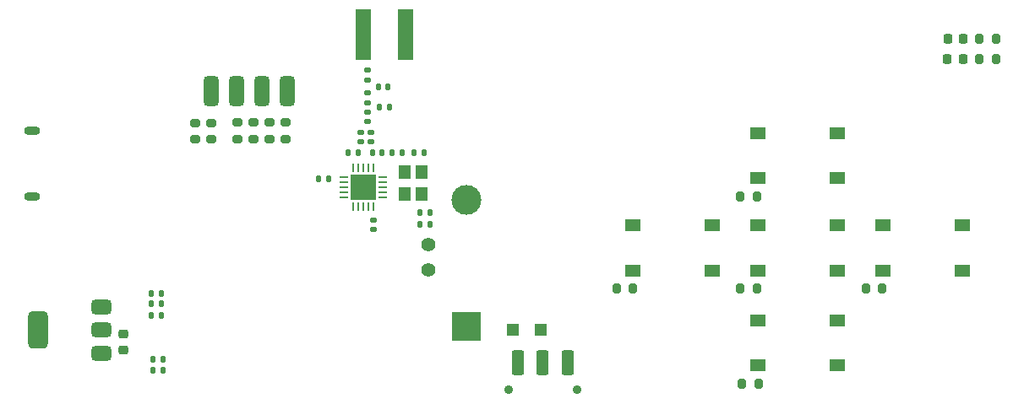
<source format=gbr>
%TF.GenerationSoftware,KiCad,Pcbnew,8.0.6-8.0.6-0~ubuntu22.04.1*%
%TF.CreationDate,2024-10-27T10:41:43+01:00*%
%TF.ProjectId,hackbat,6861636b-6261-4742-9e6b-696361645f70,rev?*%
%TF.SameCoordinates,Original*%
%TF.FileFunction,Soldermask,Top*%
%TF.FilePolarity,Negative*%
%FSLAX46Y46*%
G04 Gerber Fmt 4.6, Leading zero omitted, Abs format (unit mm)*
G04 Created by KiCad (PCBNEW 8.0.6-8.0.6-0~ubuntu22.04.1) date 2024-10-27 10:41:43*
%MOMM*%
%LPD*%
G01*
G04 APERTURE LIST*
G04 Aperture macros list*
%AMRoundRect*
0 Rectangle with rounded corners*
0 $1 Rounding radius*
0 $2 $3 $4 $5 $6 $7 $8 $9 X,Y pos of 4 corners*
0 Add a 4 corners polygon primitive as box body*
4,1,4,$2,$3,$4,$5,$6,$7,$8,$9,$2,$3,0*
0 Add four circle primitives for the rounded corners*
1,1,$1+$1,$2,$3*
1,1,$1+$1,$4,$5*
1,1,$1+$1,$6,$7*
1,1,$1+$1,$8,$9*
0 Add four rect primitives between the rounded corners*
20,1,$1+$1,$2,$3,$4,$5,0*
20,1,$1+$1,$4,$5,$6,$7,0*
20,1,$1+$1,$6,$7,$8,$9,0*
20,1,$1+$1,$8,$9,$2,$3,0*%
G04 Aperture macros list end*
%ADD10RoundRect,0.135000X0.135000X0.185000X-0.135000X0.185000X-0.135000X-0.185000X0.135000X-0.185000X0*%
%ADD11C,1.400000*%
%ADD12RoundRect,0.135000X-0.135000X-0.185000X0.135000X-0.185000X0.135000X0.185000X-0.135000X0.185000X0*%
%ADD13RoundRect,0.062500X0.062500X-0.362500X0.062500X0.362500X-0.062500X0.362500X-0.062500X-0.362500X0*%
%ADD14RoundRect,0.062500X0.362500X-0.062500X0.362500X0.062500X-0.362500X0.062500X-0.362500X-0.062500X0*%
%ADD15R,2.600000X2.600000*%
%ADD16RoundRect,0.375000X0.375000X-1.125000X0.375000X1.125000X-0.375000X1.125000X-0.375000X-1.125000X0*%
%ADD17R,1.200000X1.400000*%
%ADD18RoundRect,0.140000X0.140000X0.170000X-0.140000X0.170000X-0.140000X-0.170000X0.140000X-0.170000X0*%
%ADD19RoundRect,0.147500X0.147500X0.172500X-0.147500X0.172500X-0.147500X-0.172500X0.147500X-0.172500X0*%
%ADD20RoundRect,0.200000X-0.200000X-0.275000X0.200000X-0.275000X0.200000X0.275000X-0.200000X0.275000X0*%
%ADD21RoundRect,0.140000X-0.140000X-0.170000X0.140000X-0.170000X0.140000X0.170000X-0.140000X0.170000X0*%
%ADD22RoundRect,0.200000X-0.275000X0.200000X-0.275000X-0.200000X0.275000X-0.200000X0.275000X0.200000X0*%
%ADD23R,1.550000X1.300000*%
%ADD24RoundRect,0.200000X0.200000X0.275000X-0.200000X0.275000X-0.200000X-0.275000X0.200000X-0.275000X0*%
%ADD25RoundRect,0.147500X0.172500X-0.147500X0.172500X0.147500X-0.172500X0.147500X-0.172500X-0.147500X0*%
%ADD26RoundRect,0.140000X-0.170000X0.140000X-0.170000X-0.140000X0.170000X-0.140000X0.170000X0.140000X0*%
%ADD27RoundRect,0.140000X0.170000X-0.140000X0.170000X0.140000X-0.170000X0.140000X-0.170000X-0.140000X0*%
%ADD28RoundRect,0.375000X0.625000X0.375000X-0.625000X0.375000X-0.625000X-0.375000X0.625000X-0.375000X0*%
%ADD29RoundRect,0.500000X0.500000X1.400000X-0.500000X1.400000X-0.500000X-1.400000X0.500000X-1.400000X0*%
%ADD30R,1.500000X5.080000*%
%ADD31R,1.200000X1.200000*%
%ADD32RoundRect,0.225000X0.250000X-0.225000X0.250000X0.225000X-0.250000X0.225000X-0.250000X-0.225000X0*%
%ADD33R,1.500000X1.500000*%
%ADD34RoundRect,0.218750X0.218750X0.256250X-0.218750X0.256250X-0.218750X-0.256250X0.218750X-0.256250X0*%
%ADD35C,0.900000*%
%ADD36RoundRect,0.250000X-0.375000X-1.000000X0.375000X-1.000000X0.375000X1.000000X-0.375000X1.000000X0*%
%ADD37O,1.600000X0.900000*%
%ADD38R,3.000000X3.000000*%
%ADD39C,3.000000*%
G04 APERTURE END LIST*
D10*
%TO.C,R23*%
X181710000Y-94400000D03*
X180690000Y-94400000D03*
%TD*%
D11*
%TO.C,BOOT*%
X181500000Y-98940000D03*
X181500000Y-96400000D03*
%TD*%
D12*
%TO.C,R22*%
X153790000Y-102300000D03*
X154810000Y-102300000D03*
%TD*%
%TO.C,R21*%
X153790000Y-101300000D03*
X154810000Y-101300000D03*
%TD*%
%TO.C,R20*%
X153890000Y-109000000D03*
X154910000Y-109000000D03*
%TD*%
%TO.C,R18*%
X153890000Y-107900000D03*
X154910000Y-107900000D03*
%TD*%
%TO.C,R17*%
X153790000Y-103500000D03*
X154810000Y-103500000D03*
%TD*%
D13*
%TO.C,U2*%
X174000000Y-92600000D03*
X174500000Y-92600000D03*
X175000000Y-92600000D03*
X175500000Y-92600000D03*
X176000000Y-92600000D03*
D14*
X176925000Y-91675000D03*
X176925000Y-91175000D03*
X176925000Y-90675000D03*
X176925000Y-90175000D03*
X176925000Y-89675000D03*
D13*
X176000000Y-88750000D03*
X175500000Y-88750000D03*
X175000000Y-88750000D03*
X174500000Y-88750000D03*
X174000000Y-88750000D03*
D14*
X173075000Y-89675000D03*
X173075000Y-90175000D03*
X173075000Y-90675000D03*
X173075000Y-91175000D03*
X173075000Y-91675000D03*
D15*
X175000000Y-90675000D03*
%TD*%
D16*
%TO.C,U3*%
X159800000Y-81000000D03*
X162340000Y-81000000D03*
X164880000Y-81000000D03*
X167420000Y-81000000D03*
%TD*%
D17*
%TO.C,Y1*%
X179150000Y-89100000D03*
X179150000Y-91300000D03*
X180850000Y-91300000D03*
X180850000Y-89100000D03*
%TD*%
D18*
%TO.C,C4*%
X178880000Y-87200000D03*
X177920000Y-87200000D03*
%TD*%
D19*
%TO.C,L1*%
X176885000Y-87200000D03*
X175915000Y-87200000D03*
%TD*%
D20*
%TO.C,R8*%
X212775000Y-100800000D03*
X214425000Y-100800000D03*
%TD*%
D21*
%TO.C,C7*%
X176640000Y-82600000D03*
X177600000Y-82600000D03*
%TD*%
D22*
%TO.C,R15*%
X165600000Y-84175000D03*
X165600000Y-85825000D03*
%TD*%
D10*
%TO.C,R10*%
X171510000Y-89800000D03*
X170490000Y-89800000D03*
%TD*%
D22*
%TO.C,R12*%
X159800000Y-84200000D03*
X159800000Y-85850000D03*
%TD*%
D23*
%TO.C,SW2*%
X214525000Y-85250000D03*
X222475000Y-85250000D03*
X214525000Y-89750000D03*
X222475000Y-89750000D03*
%TD*%
D24*
%TO.C,R3*%
X238387500Y-77800000D03*
X236737500Y-77800000D03*
%TD*%
D25*
%TO.C,L2*%
X174800000Y-86085000D03*
X174800000Y-85115000D03*
%TD*%
D20*
%TO.C,R7*%
X225375000Y-100800000D03*
X227025000Y-100800000D03*
%TD*%
D26*
%TO.C,C3*%
X176000000Y-93920000D03*
X176000000Y-94880000D03*
%TD*%
D24*
%TO.C,R4*%
X238400000Y-75750000D03*
X236750000Y-75750000D03*
%TD*%
D27*
%TO.C,C6*%
X175800000Y-86080000D03*
X175800000Y-85120000D03*
%TD*%
D22*
%TO.C,R11*%
X164000000Y-84175000D03*
X164000000Y-85825000D03*
%TD*%
%TO.C,R16*%
X167200000Y-84175000D03*
X167200000Y-85825000D03*
%TD*%
D21*
%TO.C,C9*%
X180120000Y-87200000D03*
X181080000Y-87200000D03*
%TD*%
D22*
%TO.C,R13*%
X162400000Y-84175000D03*
X162400000Y-85825000D03*
%TD*%
D28*
%TO.C,U4*%
X148750000Y-107300000D03*
X148750000Y-105000000D03*
D29*
X142450000Y-105000000D03*
D28*
X148750000Y-102700000D03*
%TD*%
D30*
%TO.C,J2*%
X175000000Y-75362500D03*
X179250000Y-75362500D03*
%TD*%
D20*
%TO.C,R6*%
X212775000Y-91600000D03*
X214425000Y-91600000D03*
%TD*%
D31*
%TO.C,D3*%
X190000000Y-105000000D03*
X192800000Y-105000000D03*
%TD*%
D25*
%TO.C,L4*%
X175400000Y-82170000D03*
X175400000Y-81200000D03*
%TD*%
D20*
%TO.C,R5*%
X212975000Y-110400000D03*
X214625000Y-110400000D03*
%TD*%
D23*
%TO.C,SW4*%
X214550000Y-94500000D03*
X222500000Y-94500000D03*
X214550000Y-99000000D03*
X222500000Y-99000000D03*
%TD*%
D22*
%TO.C,R14*%
X158135000Y-84200000D03*
X158135000Y-85850000D03*
%TD*%
D23*
%TO.C,SW5*%
X202050000Y-94500000D03*
X210000000Y-94500000D03*
X202050000Y-99000000D03*
X210000000Y-99000000D03*
%TD*%
D27*
%TO.C,C11*%
X175400000Y-79880000D03*
X175400000Y-78920000D03*
%TD*%
D18*
%TO.C,C5*%
X174480000Y-87200000D03*
X173520000Y-87200000D03*
%TD*%
D21*
%TO.C,C8*%
X180720000Y-93200000D03*
X181680000Y-93200000D03*
%TD*%
D25*
%TO.C,L3*%
X175400000Y-84085000D03*
X175400000Y-83115000D03*
%TD*%
D23*
%TO.C,SW1*%
X214550000Y-104000000D03*
X222500000Y-104000000D03*
X214550000Y-108500000D03*
X222500000Y-108500000D03*
%TD*%
D20*
%TO.C,R9*%
X200375000Y-100800000D03*
X202025000Y-100800000D03*
%TD*%
D21*
%TO.C,C10*%
X176520000Y-80600000D03*
X177480000Y-80600000D03*
%TD*%
D32*
%TO.C,C12*%
X151000000Y-106975000D03*
X151000000Y-105425000D03*
%TD*%
D33*
%TO.C,AE1*%
X175000000Y-76000000D03*
%TD*%
D34*
%TO.C,D1*%
X235125000Y-77800000D03*
X233550000Y-77800000D03*
%TD*%
D23*
%TO.C,SW3*%
X227050000Y-94500000D03*
X235000000Y-94500000D03*
X227050000Y-99000000D03*
X235000000Y-99000000D03*
%TD*%
D34*
%TO.C,D2*%
X235162500Y-75750000D03*
X233587500Y-75750000D03*
%TD*%
D35*
%TO.C,SW6*%
X189600000Y-111000000D03*
X196400000Y-111000000D03*
D36*
X190500000Y-108250000D03*
X193000000Y-108250000D03*
X195500000Y-108250000D03*
%TD*%
D37*
%TO.C,J1*%
X141850000Y-91600000D03*
X141850000Y-85000000D03*
%TD*%
D38*
%TO.C,BT1*%
X185367500Y-104607500D03*
D39*
X185367500Y-91907500D03*
%TD*%
M02*

</source>
